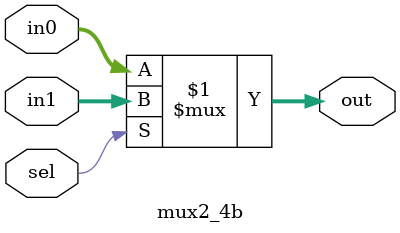
<source format=sv>
`timescale 1ns / 1ps


module mux2_4b(
    input [3:0] in0,
    input [3:0] in1,
    input sel,
    output [3:0] out
    );
    assign out = sel ? in1 : in0;
endmodule

</source>
